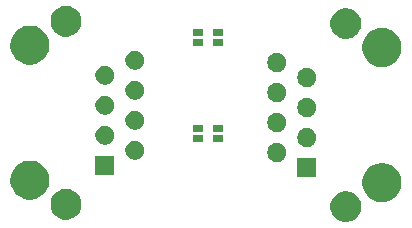
<source format=gts>
G04 #@! TF.GenerationSoftware,KiCad,Pcbnew,(5.1.2)-1*
G04 #@! TF.CreationDate,2024-05-04T01:05:48+09:00*
G04 #@! TF.ProjectId,lf,6c662e6b-6963-4616-945f-706362585858,v1.1*
G04 #@! TF.SameCoordinates,Original*
G04 #@! TF.FileFunction,Soldermask,Top*
G04 #@! TF.FilePolarity,Negative*
%FSLAX46Y46*%
G04 Gerber Fmt 4.6, Leading zero omitted, Abs format (unit mm)*
G04 Created by KiCad (PCBNEW (5.1.2)-1) date 2024-05-04 01:05:48*
%MOMM*%
%LPD*%
G04 APERTURE LIST*
%ADD10C,0.100000*%
G04 APERTURE END LIST*
D10*
G36*
X158229778Y-96148034D02*
G01*
X158327881Y-96188670D01*
X158466728Y-96246182D01*
X158679977Y-96388670D01*
X158861330Y-96570023D01*
X159003818Y-96783272D01*
X159019123Y-96820222D01*
X159101966Y-97020222D01*
X159152000Y-97271763D01*
X159152000Y-97528237D01*
X159101966Y-97779778D01*
X159044472Y-97918580D01*
X159003818Y-98016728D01*
X158861330Y-98229977D01*
X158679977Y-98411330D01*
X158466728Y-98553818D01*
X158368580Y-98594472D01*
X158229778Y-98651966D01*
X157978237Y-98702000D01*
X157721763Y-98702000D01*
X157470222Y-98651966D01*
X157331420Y-98594472D01*
X157233272Y-98553818D01*
X157020023Y-98411330D01*
X156838670Y-98229977D01*
X156696182Y-98016728D01*
X156655528Y-97918580D01*
X156598034Y-97779778D01*
X156548000Y-97528237D01*
X156548000Y-97271763D01*
X156598034Y-97020222D01*
X156680877Y-96820222D01*
X156696182Y-96783272D01*
X156838670Y-96570023D01*
X157020023Y-96388670D01*
X157233272Y-96246182D01*
X157372119Y-96188670D01*
X157470222Y-96148034D01*
X157721763Y-96098000D01*
X157978237Y-96098000D01*
X158229778Y-96148034D01*
X158229778Y-96148034D01*
G37*
G36*
X134529778Y-95948034D02*
G01*
X134668580Y-96005528D01*
X134766728Y-96046182D01*
X134979977Y-96188670D01*
X135161330Y-96370023D01*
X135303818Y-96583272D01*
X135303818Y-96583273D01*
X135401966Y-96820222D01*
X135452000Y-97071763D01*
X135452000Y-97328237D01*
X135401966Y-97579778D01*
X135344472Y-97718580D01*
X135303818Y-97816728D01*
X135161330Y-98029977D01*
X134979977Y-98211330D01*
X134766728Y-98353818D01*
X134668580Y-98394472D01*
X134529778Y-98451966D01*
X134278237Y-98502000D01*
X134021763Y-98502000D01*
X133770222Y-98451966D01*
X133631420Y-98394472D01*
X133533272Y-98353818D01*
X133320023Y-98211330D01*
X133138670Y-98029977D01*
X132996182Y-97816728D01*
X132955528Y-97718580D01*
X132898034Y-97579778D01*
X132848000Y-97328237D01*
X132848000Y-97071763D01*
X132898034Y-96820222D01*
X132996182Y-96583273D01*
X132996182Y-96583272D01*
X133138670Y-96370023D01*
X133320023Y-96188670D01*
X133533272Y-96046182D01*
X133631420Y-96005528D01*
X133770222Y-95948034D01*
X134021763Y-95898000D01*
X134278237Y-95898000D01*
X134529778Y-95948034D01*
X134529778Y-95948034D01*
G37*
G36*
X161275256Y-93756298D02*
G01*
X161381579Y-93777447D01*
X161682042Y-93901903D01*
X161952451Y-94082585D01*
X162182415Y-94312549D01*
X162182416Y-94312551D01*
X162363098Y-94582960D01*
X162487553Y-94883422D01*
X162551000Y-95202389D01*
X162551000Y-95527611D01*
X162508702Y-95740256D01*
X162487553Y-95846579D01*
X162363097Y-96147042D01*
X162182415Y-96417451D01*
X161952451Y-96647415D01*
X161682042Y-96828097D01*
X161381579Y-96952553D01*
X161275256Y-96973702D01*
X161062611Y-97016000D01*
X160737389Y-97016000D01*
X160524744Y-96973702D01*
X160418421Y-96952553D01*
X160117958Y-96828097D01*
X159847549Y-96647415D01*
X159617585Y-96417451D01*
X159436903Y-96147042D01*
X159312447Y-95846579D01*
X159291298Y-95740256D01*
X159249000Y-95527611D01*
X159249000Y-95202389D01*
X159312447Y-94883422D01*
X159436902Y-94582960D01*
X159617584Y-94312551D01*
X159617585Y-94312549D01*
X159847549Y-94082585D01*
X160117958Y-93901903D01*
X160418421Y-93777447D01*
X160524744Y-93756298D01*
X160737389Y-93714000D01*
X161062611Y-93714000D01*
X161275256Y-93756298D01*
X161275256Y-93756298D01*
G37*
G36*
X131475256Y-93556298D02*
G01*
X131581579Y-93577447D01*
X131882042Y-93701903D01*
X132152451Y-93882585D01*
X132382415Y-94112549D01*
X132563097Y-94382958D01*
X132645941Y-94582960D01*
X132687553Y-94683422D01*
X132727336Y-94883421D01*
X132751000Y-95002391D01*
X132751000Y-95327609D01*
X132687553Y-95646579D01*
X132563097Y-95947042D01*
X132382415Y-96217451D01*
X132152451Y-96447415D01*
X131882042Y-96628097D01*
X131581579Y-96752553D01*
X131475256Y-96773702D01*
X131262611Y-96816000D01*
X130937389Y-96816000D01*
X130724744Y-96773702D01*
X130618421Y-96752553D01*
X130317958Y-96628097D01*
X130047549Y-96447415D01*
X129817585Y-96217451D01*
X129636903Y-95947042D01*
X129512447Y-95646579D01*
X129449000Y-95327609D01*
X129449000Y-95002391D01*
X129472665Y-94883421D01*
X129512447Y-94683422D01*
X129554060Y-94582960D01*
X129636903Y-94382958D01*
X129817585Y-94112549D01*
X130047549Y-93882585D01*
X130317958Y-93701903D01*
X130618421Y-93577447D01*
X130724744Y-93556298D01*
X130937389Y-93514000D01*
X131262611Y-93514000D01*
X131475256Y-93556298D01*
X131475256Y-93556298D01*
G37*
G36*
X155356000Y-94901000D02*
G01*
X153744000Y-94901000D01*
X153744000Y-93289000D01*
X155356000Y-93289000D01*
X155356000Y-94901000D01*
X155356000Y-94901000D01*
G37*
G36*
X138256000Y-94701000D02*
G01*
X136644000Y-94701000D01*
X136644000Y-93089000D01*
X138256000Y-93089000D01*
X138256000Y-94701000D01*
X138256000Y-94701000D01*
G37*
G36*
X152245101Y-92049973D02*
G01*
X152391783Y-92110731D01*
X152420661Y-92130027D01*
X152523795Y-92198939D01*
X152636061Y-92311205D01*
X152636062Y-92311207D01*
X152724269Y-92443217D01*
X152785027Y-92589899D01*
X152816000Y-92745615D01*
X152816000Y-92904385D01*
X152785027Y-93060101D01*
X152724269Y-93206783D01*
X152724268Y-93206784D01*
X152636061Y-93338795D01*
X152523795Y-93451061D01*
X152457340Y-93495465D01*
X152391783Y-93539269D01*
X152245101Y-93600027D01*
X152089385Y-93631000D01*
X151930615Y-93631000D01*
X151774899Y-93600027D01*
X151628217Y-93539269D01*
X151562660Y-93495465D01*
X151496205Y-93451061D01*
X151383939Y-93338795D01*
X151295732Y-93206784D01*
X151295731Y-93206783D01*
X151234973Y-93060101D01*
X151204000Y-92904385D01*
X151204000Y-92745615D01*
X151234973Y-92589899D01*
X151295731Y-92443217D01*
X151383938Y-92311207D01*
X151383939Y-92311205D01*
X151496205Y-92198939D01*
X151599339Y-92130027D01*
X151628217Y-92110731D01*
X151774899Y-92049973D01*
X151930615Y-92019000D01*
X152089385Y-92019000D01*
X152245101Y-92049973D01*
X152245101Y-92049973D01*
G37*
G36*
X140225101Y-91849973D02*
G01*
X140371783Y-91910731D01*
X140403669Y-91932037D01*
X140503795Y-91998939D01*
X140616061Y-92111205D01*
X140616062Y-92111207D01*
X140704269Y-92243217D01*
X140765027Y-92389899D01*
X140796000Y-92545615D01*
X140796000Y-92704385D01*
X140765027Y-92860101D01*
X140704269Y-93006783D01*
X140704268Y-93006784D01*
X140616061Y-93138795D01*
X140503795Y-93251061D01*
X140447015Y-93289000D01*
X140371783Y-93339269D01*
X140225101Y-93400027D01*
X140069385Y-93431000D01*
X139910615Y-93431000D01*
X139754899Y-93400027D01*
X139608217Y-93339269D01*
X139532985Y-93289000D01*
X139476205Y-93251061D01*
X139363939Y-93138795D01*
X139275732Y-93006784D01*
X139275731Y-93006783D01*
X139214973Y-92860101D01*
X139184000Y-92704385D01*
X139184000Y-92545615D01*
X139214973Y-92389899D01*
X139275731Y-92243217D01*
X139363938Y-92111207D01*
X139363939Y-92111205D01*
X139476205Y-91998939D01*
X139576331Y-91932037D01*
X139608217Y-91910731D01*
X139754899Y-91849973D01*
X139910615Y-91819000D01*
X140069385Y-91819000D01*
X140225101Y-91849973D01*
X140225101Y-91849973D01*
G37*
G36*
X154785101Y-90779973D02*
G01*
X154931783Y-90840731D01*
X154960661Y-90860027D01*
X155063795Y-90928939D01*
X155176061Y-91041205D01*
X155195969Y-91071000D01*
X155264269Y-91173217D01*
X155325027Y-91319899D01*
X155356000Y-91475615D01*
X155356000Y-91634385D01*
X155325027Y-91790101D01*
X155264269Y-91936783D01*
X155264268Y-91936784D01*
X155176061Y-92068795D01*
X155063795Y-92181061D01*
X154997340Y-92225465D01*
X154931783Y-92269269D01*
X154785101Y-92330027D01*
X154629385Y-92361000D01*
X154470615Y-92361000D01*
X154314899Y-92330027D01*
X154168217Y-92269269D01*
X154102660Y-92225465D01*
X154036205Y-92181061D01*
X153923939Y-92068795D01*
X153835732Y-91936784D01*
X153835731Y-91936783D01*
X153774973Y-91790101D01*
X153744000Y-91634385D01*
X153744000Y-91475615D01*
X153774973Y-91319899D01*
X153835731Y-91173217D01*
X153904031Y-91071000D01*
X153923939Y-91041205D01*
X154036205Y-90928939D01*
X154139339Y-90860027D01*
X154168217Y-90840731D01*
X154314899Y-90779973D01*
X154470615Y-90749000D01*
X154629385Y-90749000D01*
X154785101Y-90779973D01*
X154785101Y-90779973D01*
G37*
G36*
X137685101Y-90579973D02*
G01*
X137831783Y-90640731D01*
X137831784Y-90640732D01*
X137963795Y-90728939D01*
X138076061Y-90841205D01*
X138076062Y-90841207D01*
X138164269Y-90973217D01*
X138225027Y-91119899D01*
X138256000Y-91275615D01*
X138256000Y-91434385D01*
X138225027Y-91590101D01*
X138164269Y-91736783D01*
X138164268Y-91736784D01*
X138076061Y-91868795D01*
X137963795Y-91981061D01*
X137907015Y-92019000D01*
X137831783Y-92069269D01*
X137685101Y-92130027D01*
X137529385Y-92161000D01*
X137370615Y-92161000D01*
X137214899Y-92130027D01*
X137068217Y-92069269D01*
X136992985Y-92019000D01*
X136936205Y-91981061D01*
X136823939Y-91868795D01*
X136735732Y-91736784D01*
X136735731Y-91736783D01*
X136674973Y-91590101D01*
X136644000Y-91434385D01*
X136644000Y-91275615D01*
X136674973Y-91119899D01*
X136735731Y-90973217D01*
X136823938Y-90841207D01*
X136823939Y-90841205D01*
X136936205Y-90728939D01*
X137068216Y-90640732D01*
X137068217Y-90640731D01*
X137214899Y-90579973D01*
X137370615Y-90549000D01*
X137529385Y-90549000D01*
X137685101Y-90579973D01*
X137685101Y-90579973D01*
G37*
G36*
X145796000Y-91941000D02*
G01*
X144934000Y-91941000D01*
X144934000Y-91329000D01*
X145796000Y-91329000D01*
X145796000Y-91941000D01*
X145796000Y-91941000D01*
G37*
G36*
X147466000Y-91941000D02*
G01*
X146604000Y-91941000D01*
X146604000Y-91329000D01*
X147466000Y-91329000D01*
X147466000Y-91941000D01*
X147466000Y-91941000D01*
G37*
G36*
X152245101Y-89509973D02*
G01*
X152391783Y-89570731D01*
X152420661Y-89590027D01*
X152523795Y-89658939D01*
X152636061Y-89771205D01*
X152636062Y-89771207D01*
X152724269Y-89903217D01*
X152785027Y-90049899D01*
X152816000Y-90205615D01*
X152816000Y-90364385D01*
X152785027Y-90520101D01*
X152724269Y-90666783D01*
X152724268Y-90666784D01*
X152636061Y-90798795D01*
X152523795Y-90911061D01*
X152457340Y-90955465D01*
X152391783Y-90999269D01*
X152245101Y-91060027D01*
X152089385Y-91091000D01*
X151930615Y-91091000D01*
X151774899Y-91060027D01*
X151628217Y-90999269D01*
X151562660Y-90955465D01*
X151496205Y-90911061D01*
X151383939Y-90798795D01*
X151295732Y-90666784D01*
X151295731Y-90666783D01*
X151234973Y-90520101D01*
X151204000Y-90364385D01*
X151204000Y-90205615D01*
X151234973Y-90049899D01*
X151295731Y-89903217D01*
X151383938Y-89771207D01*
X151383939Y-89771205D01*
X151496205Y-89658939D01*
X151599339Y-89590027D01*
X151628217Y-89570731D01*
X151774899Y-89509973D01*
X151930615Y-89479000D01*
X152089385Y-89479000D01*
X152245101Y-89509973D01*
X152245101Y-89509973D01*
G37*
G36*
X147466000Y-91071000D02*
G01*
X146604000Y-91071000D01*
X146604000Y-90459000D01*
X147466000Y-90459000D01*
X147466000Y-91071000D01*
X147466000Y-91071000D01*
G37*
G36*
X145796000Y-91071000D02*
G01*
X144934000Y-91071000D01*
X144934000Y-90459000D01*
X145796000Y-90459000D01*
X145796000Y-91071000D01*
X145796000Y-91071000D01*
G37*
G36*
X140225101Y-89309973D02*
G01*
X140371783Y-89370731D01*
X140371784Y-89370732D01*
X140503795Y-89458939D01*
X140616061Y-89571205D01*
X140616062Y-89571207D01*
X140704269Y-89703217D01*
X140765027Y-89849899D01*
X140796000Y-90005615D01*
X140796000Y-90164385D01*
X140765027Y-90320101D01*
X140704269Y-90466783D01*
X140700382Y-90472600D01*
X140616061Y-90598795D01*
X140503795Y-90711061D01*
X140447015Y-90749000D01*
X140371783Y-90799269D01*
X140225101Y-90860027D01*
X140069385Y-90891000D01*
X139910615Y-90891000D01*
X139754899Y-90860027D01*
X139608217Y-90799269D01*
X139532985Y-90749000D01*
X139476205Y-90711061D01*
X139363939Y-90598795D01*
X139279618Y-90472600D01*
X139275731Y-90466783D01*
X139214973Y-90320101D01*
X139184000Y-90164385D01*
X139184000Y-90005615D01*
X139214973Y-89849899D01*
X139275731Y-89703217D01*
X139363938Y-89571207D01*
X139363939Y-89571205D01*
X139476205Y-89458939D01*
X139608216Y-89370732D01*
X139608217Y-89370731D01*
X139754899Y-89309973D01*
X139910615Y-89279000D01*
X140069385Y-89279000D01*
X140225101Y-89309973D01*
X140225101Y-89309973D01*
G37*
G36*
X154785101Y-88239973D02*
G01*
X154931783Y-88300731D01*
X154960661Y-88320027D01*
X155063795Y-88388939D01*
X155176061Y-88501205D01*
X155176062Y-88501207D01*
X155264269Y-88633217D01*
X155325027Y-88779899D01*
X155356000Y-88935615D01*
X155356000Y-89094385D01*
X155325027Y-89250101D01*
X155264269Y-89396783D01*
X155264268Y-89396784D01*
X155176061Y-89528795D01*
X155063795Y-89641061D01*
X154997340Y-89685465D01*
X154931783Y-89729269D01*
X154785101Y-89790027D01*
X154629385Y-89821000D01*
X154470615Y-89821000D01*
X154314899Y-89790027D01*
X154168217Y-89729269D01*
X154102660Y-89685465D01*
X154036205Y-89641061D01*
X153923939Y-89528795D01*
X153835732Y-89396784D01*
X153835731Y-89396783D01*
X153774973Y-89250101D01*
X153744000Y-89094385D01*
X153744000Y-88935615D01*
X153774973Y-88779899D01*
X153835731Y-88633217D01*
X153923938Y-88501207D01*
X153923939Y-88501205D01*
X154036205Y-88388939D01*
X154139339Y-88320027D01*
X154168217Y-88300731D01*
X154314899Y-88239973D01*
X154470615Y-88209000D01*
X154629385Y-88209000D01*
X154785101Y-88239973D01*
X154785101Y-88239973D01*
G37*
G36*
X137685101Y-88039973D02*
G01*
X137831783Y-88100731D01*
X137831784Y-88100732D01*
X137963795Y-88188939D01*
X138076061Y-88301205D01*
X138076062Y-88301207D01*
X138164269Y-88433217D01*
X138225027Y-88579899D01*
X138256000Y-88735615D01*
X138256000Y-88894385D01*
X138225027Y-89050101D01*
X138164269Y-89196783D01*
X138164268Y-89196784D01*
X138076061Y-89328795D01*
X137963795Y-89441061D01*
X137907015Y-89479000D01*
X137831783Y-89529269D01*
X137685101Y-89590027D01*
X137529385Y-89621000D01*
X137370615Y-89621000D01*
X137214899Y-89590027D01*
X137068217Y-89529269D01*
X136992985Y-89479000D01*
X136936205Y-89441061D01*
X136823939Y-89328795D01*
X136735732Y-89196784D01*
X136735731Y-89196783D01*
X136674973Y-89050101D01*
X136644000Y-88894385D01*
X136644000Y-88735615D01*
X136674973Y-88579899D01*
X136735731Y-88433217D01*
X136823938Y-88301207D01*
X136823939Y-88301205D01*
X136936205Y-88188939D01*
X137068216Y-88100732D01*
X137068217Y-88100731D01*
X137214899Y-88039973D01*
X137370615Y-88009000D01*
X137529385Y-88009000D01*
X137685101Y-88039973D01*
X137685101Y-88039973D01*
G37*
G36*
X152245101Y-86969973D02*
G01*
X152391783Y-87030731D01*
X152420661Y-87050027D01*
X152523795Y-87118939D01*
X152636061Y-87231205D01*
X152636062Y-87231207D01*
X152724269Y-87363217D01*
X152785027Y-87509899D01*
X152816000Y-87665615D01*
X152816000Y-87824385D01*
X152785027Y-87980101D01*
X152724269Y-88126783D01*
X152724268Y-88126784D01*
X152636061Y-88258795D01*
X152523795Y-88371061D01*
X152457340Y-88415465D01*
X152391783Y-88459269D01*
X152245101Y-88520027D01*
X152089385Y-88551000D01*
X151930615Y-88551000D01*
X151774899Y-88520027D01*
X151628217Y-88459269D01*
X151562660Y-88415465D01*
X151496205Y-88371061D01*
X151383939Y-88258795D01*
X151295732Y-88126784D01*
X151295731Y-88126783D01*
X151234973Y-87980101D01*
X151204000Y-87824385D01*
X151204000Y-87665615D01*
X151234973Y-87509899D01*
X151295731Y-87363217D01*
X151383938Y-87231207D01*
X151383939Y-87231205D01*
X151496205Y-87118939D01*
X151599339Y-87050027D01*
X151628217Y-87030731D01*
X151774899Y-86969973D01*
X151930615Y-86939000D01*
X152089385Y-86939000D01*
X152245101Y-86969973D01*
X152245101Y-86969973D01*
G37*
G36*
X140225101Y-86769973D02*
G01*
X140371783Y-86830731D01*
X140371784Y-86830732D01*
X140503795Y-86918939D01*
X140616061Y-87031205D01*
X140616062Y-87031207D01*
X140704269Y-87163217D01*
X140765027Y-87309899D01*
X140796000Y-87465615D01*
X140796000Y-87624385D01*
X140765027Y-87780101D01*
X140704269Y-87926783D01*
X140704268Y-87926784D01*
X140616061Y-88058795D01*
X140503795Y-88171061D01*
X140447015Y-88209000D01*
X140371783Y-88259269D01*
X140225101Y-88320027D01*
X140069385Y-88351000D01*
X139910615Y-88351000D01*
X139754899Y-88320027D01*
X139608217Y-88259269D01*
X139532985Y-88209000D01*
X139476205Y-88171061D01*
X139363939Y-88058795D01*
X139275732Y-87926784D01*
X139275731Y-87926783D01*
X139214973Y-87780101D01*
X139184000Y-87624385D01*
X139184000Y-87465615D01*
X139214973Y-87309899D01*
X139275731Y-87163217D01*
X139363938Y-87031207D01*
X139363939Y-87031205D01*
X139476205Y-86918939D01*
X139608216Y-86830732D01*
X139608217Y-86830731D01*
X139754899Y-86769973D01*
X139910615Y-86739000D01*
X140069385Y-86739000D01*
X140225101Y-86769973D01*
X140225101Y-86769973D01*
G37*
G36*
X154785101Y-85699973D02*
G01*
X154931783Y-85760731D01*
X154960661Y-85780027D01*
X155063795Y-85848939D01*
X155176061Y-85961205D01*
X155176062Y-85961207D01*
X155264269Y-86093217D01*
X155325027Y-86239899D01*
X155356000Y-86395615D01*
X155356000Y-86554385D01*
X155325027Y-86710101D01*
X155264269Y-86856783D01*
X155264268Y-86856784D01*
X155176061Y-86988795D01*
X155063795Y-87101061D01*
X154997340Y-87145465D01*
X154931783Y-87189269D01*
X154785101Y-87250027D01*
X154629385Y-87281000D01*
X154470615Y-87281000D01*
X154314899Y-87250027D01*
X154168217Y-87189269D01*
X154102660Y-87145465D01*
X154036205Y-87101061D01*
X153923939Y-86988795D01*
X153835732Y-86856784D01*
X153835731Y-86856783D01*
X153774973Y-86710101D01*
X153744000Y-86554385D01*
X153744000Y-86395615D01*
X153774973Y-86239899D01*
X153835731Y-86093217D01*
X153923938Y-85961207D01*
X153923939Y-85961205D01*
X154036205Y-85848939D01*
X154139339Y-85780027D01*
X154168217Y-85760731D01*
X154314899Y-85699973D01*
X154470615Y-85669000D01*
X154629385Y-85669000D01*
X154785101Y-85699973D01*
X154785101Y-85699973D01*
G37*
G36*
X137685101Y-85499973D02*
G01*
X137831783Y-85560731D01*
X137831784Y-85560732D01*
X137963795Y-85648939D01*
X138076061Y-85761205D01*
X138076062Y-85761207D01*
X138164269Y-85893217D01*
X138225027Y-86039899D01*
X138256000Y-86195615D01*
X138256000Y-86354385D01*
X138225027Y-86510101D01*
X138164269Y-86656783D01*
X138164268Y-86656784D01*
X138076061Y-86788795D01*
X137963795Y-86901061D01*
X137907015Y-86939000D01*
X137831783Y-86989269D01*
X137685101Y-87050027D01*
X137529385Y-87081000D01*
X137370615Y-87081000D01*
X137214899Y-87050027D01*
X137068217Y-86989269D01*
X136992985Y-86939000D01*
X136936205Y-86901061D01*
X136823939Y-86788795D01*
X136735732Y-86656784D01*
X136735731Y-86656783D01*
X136674973Y-86510101D01*
X136644000Y-86354385D01*
X136644000Y-86195615D01*
X136674973Y-86039899D01*
X136735731Y-85893217D01*
X136823938Y-85761207D01*
X136823939Y-85761205D01*
X136936205Y-85648939D01*
X137068216Y-85560732D01*
X137068217Y-85560731D01*
X137214899Y-85499973D01*
X137370615Y-85469000D01*
X137529385Y-85469000D01*
X137685101Y-85499973D01*
X137685101Y-85499973D01*
G37*
G36*
X152245101Y-84429973D02*
G01*
X152391783Y-84490731D01*
X152391784Y-84490732D01*
X152523795Y-84578939D01*
X152636061Y-84691205D01*
X152636062Y-84691207D01*
X152724269Y-84823217D01*
X152785027Y-84969899D01*
X152816000Y-85125615D01*
X152816000Y-85284385D01*
X152785027Y-85440101D01*
X152724269Y-85586783D01*
X152724268Y-85586784D01*
X152636061Y-85718795D01*
X152523795Y-85831061D01*
X152457340Y-85875465D01*
X152391783Y-85919269D01*
X152245101Y-85980027D01*
X152089385Y-86011000D01*
X151930615Y-86011000D01*
X151774899Y-85980027D01*
X151628217Y-85919269D01*
X151562660Y-85875465D01*
X151496205Y-85831061D01*
X151383939Y-85718795D01*
X151295732Y-85586784D01*
X151295731Y-85586783D01*
X151234973Y-85440101D01*
X151204000Y-85284385D01*
X151204000Y-85125615D01*
X151234973Y-84969899D01*
X151295731Y-84823217D01*
X151383938Y-84691207D01*
X151383939Y-84691205D01*
X151496205Y-84578939D01*
X151628216Y-84490732D01*
X151628217Y-84490731D01*
X151774899Y-84429973D01*
X151930615Y-84399000D01*
X152089385Y-84399000D01*
X152245101Y-84429973D01*
X152245101Y-84429973D01*
G37*
G36*
X140225101Y-84229973D02*
G01*
X140371783Y-84290731D01*
X140371784Y-84290732D01*
X140503795Y-84378939D01*
X140616061Y-84491205D01*
X140616062Y-84491207D01*
X140704269Y-84623217D01*
X140765027Y-84769899D01*
X140796000Y-84925615D01*
X140796000Y-85084385D01*
X140765027Y-85240101D01*
X140704269Y-85386783D01*
X140704268Y-85386784D01*
X140616061Y-85518795D01*
X140503795Y-85631061D01*
X140447015Y-85669000D01*
X140371783Y-85719269D01*
X140225101Y-85780027D01*
X140069385Y-85811000D01*
X139910615Y-85811000D01*
X139754899Y-85780027D01*
X139608217Y-85719269D01*
X139532985Y-85669000D01*
X139476205Y-85631061D01*
X139363939Y-85518795D01*
X139275732Y-85386784D01*
X139275731Y-85386783D01*
X139214973Y-85240101D01*
X139184000Y-85084385D01*
X139184000Y-84925615D01*
X139214973Y-84769899D01*
X139275731Y-84623217D01*
X139363938Y-84491207D01*
X139363939Y-84491205D01*
X139476205Y-84378939D01*
X139608216Y-84290732D01*
X139608217Y-84290731D01*
X139754899Y-84229973D01*
X139910615Y-84199000D01*
X140069385Y-84199000D01*
X140225101Y-84229973D01*
X140225101Y-84229973D01*
G37*
G36*
X161227139Y-82316727D02*
G01*
X161381579Y-82347447D01*
X161682042Y-82471903D01*
X161952451Y-82652585D01*
X162182415Y-82882549D01*
X162362433Y-83151965D01*
X162363098Y-83152960D01*
X162487553Y-83453422D01*
X162551000Y-83772389D01*
X162551000Y-84097611D01*
X162508702Y-84310256D01*
X162487553Y-84416579D01*
X162363097Y-84717042D01*
X162182415Y-84987451D01*
X161952451Y-85217415D01*
X161682042Y-85398097D01*
X161381579Y-85522553D01*
X161275256Y-85543702D01*
X161062611Y-85586000D01*
X160737389Y-85586000D01*
X160524744Y-85543702D01*
X160418421Y-85522553D01*
X160117958Y-85398097D01*
X159847549Y-85217415D01*
X159617585Y-84987451D01*
X159436903Y-84717042D01*
X159312447Y-84416579D01*
X159291298Y-84310256D01*
X159249000Y-84097611D01*
X159249000Y-83772389D01*
X159312447Y-83453422D01*
X159436902Y-83152960D01*
X159437567Y-83151965D01*
X159617585Y-82882549D01*
X159847549Y-82652585D01*
X160117958Y-82471903D01*
X160418421Y-82347447D01*
X160572861Y-82316727D01*
X160737389Y-82284000D01*
X161062611Y-82284000D01*
X161227139Y-82316727D01*
X161227139Y-82316727D01*
G37*
G36*
X131475256Y-82126298D02*
G01*
X131581579Y-82147447D01*
X131882042Y-82271903D01*
X132152451Y-82452585D01*
X132382415Y-82682549D01*
X132563097Y-82952958D01*
X132687553Y-83253421D01*
X132688782Y-83259600D01*
X132727336Y-83453421D01*
X132751000Y-83572391D01*
X132751000Y-83897609D01*
X132687553Y-84216579D01*
X132656838Y-84290731D01*
X132573996Y-84490731D01*
X132563097Y-84517042D01*
X132382415Y-84787451D01*
X132152451Y-85017415D01*
X131882042Y-85198097D01*
X131581579Y-85322553D01*
X131475256Y-85343702D01*
X131262611Y-85386000D01*
X130937389Y-85386000D01*
X130724744Y-85343702D01*
X130618421Y-85322553D01*
X130317958Y-85198097D01*
X130047549Y-85017415D01*
X129817585Y-84787451D01*
X129636903Y-84517042D01*
X129626005Y-84490731D01*
X129543162Y-84290731D01*
X129512447Y-84216579D01*
X129449000Y-83897609D01*
X129449000Y-83572391D01*
X129472665Y-83453421D01*
X129511218Y-83259600D01*
X129512447Y-83253421D01*
X129636903Y-82952958D01*
X129817585Y-82682549D01*
X130047549Y-82452585D01*
X130317958Y-82271903D01*
X130618421Y-82147447D01*
X130724744Y-82126298D01*
X130937389Y-82084000D01*
X131262611Y-82084000D01*
X131475256Y-82126298D01*
X131475256Y-82126298D01*
G37*
G36*
X147466000Y-83841000D02*
G01*
X146604000Y-83841000D01*
X146604000Y-83229000D01*
X147466000Y-83229000D01*
X147466000Y-83841000D01*
X147466000Y-83841000D01*
G37*
G36*
X145796000Y-83841000D02*
G01*
X144934000Y-83841000D01*
X144934000Y-83229000D01*
X145796000Y-83229000D01*
X145796000Y-83841000D01*
X145796000Y-83841000D01*
G37*
G36*
X158229778Y-80648034D02*
G01*
X158327881Y-80688670D01*
X158466728Y-80746182D01*
X158679977Y-80888670D01*
X158861330Y-81070023D01*
X159003818Y-81283272D01*
X159019123Y-81320222D01*
X159101966Y-81520222D01*
X159152000Y-81771763D01*
X159152000Y-82028237D01*
X159101966Y-82279778D01*
X159061326Y-82377890D01*
X159003818Y-82516728D01*
X158861330Y-82729977D01*
X158679977Y-82911330D01*
X158466728Y-83053818D01*
X158368580Y-83094472D01*
X158229778Y-83151966D01*
X157978237Y-83202000D01*
X157721763Y-83202000D01*
X157470222Y-83151966D01*
X157331420Y-83094472D01*
X157233272Y-83053818D01*
X157020023Y-82911330D01*
X156838670Y-82729977D01*
X156696182Y-82516728D01*
X156638674Y-82377890D01*
X156598034Y-82279778D01*
X156548000Y-82028237D01*
X156548000Y-81771763D01*
X156598034Y-81520222D01*
X156680877Y-81320222D01*
X156696182Y-81283272D01*
X156838670Y-81070023D01*
X157020023Y-80888670D01*
X157233272Y-80746182D01*
X157372119Y-80688670D01*
X157470222Y-80648034D01*
X157721763Y-80598000D01*
X157978237Y-80598000D01*
X158229778Y-80648034D01*
X158229778Y-80648034D01*
G37*
G36*
X134529778Y-80448034D02*
G01*
X134668580Y-80505528D01*
X134766728Y-80546182D01*
X134979977Y-80688670D01*
X135161330Y-80870023D01*
X135303818Y-81083272D01*
X135303818Y-81083273D01*
X135401966Y-81320222D01*
X135452000Y-81571763D01*
X135452000Y-81828237D01*
X135401966Y-82079778D01*
X135400217Y-82084000D01*
X135303818Y-82316728D01*
X135161330Y-82529977D01*
X134979977Y-82711330D01*
X134766728Y-82853818D01*
X134697365Y-82882549D01*
X134529778Y-82951966D01*
X134278237Y-83002000D01*
X134021763Y-83002000D01*
X133770222Y-82951966D01*
X133602635Y-82882549D01*
X133533272Y-82853818D01*
X133320023Y-82711330D01*
X133138670Y-82529977D01*
X132996182Y-82316728D01*
X132899783Y-82084000D01*
X132898034Y-82079778D01*
X132848000Y-81828237D01*
X132848000Y-81571763D01*
X132898034Y-81320222D01*
X132996182Y-81083273D01*
X132996182Y-81083272D01*
X133138670Y-80870023D01*
X133320023Y-80688670D01*
X133533272Y-80546182D01*
X133631420Y-80505528D01*
X133770222Y-80448034D01*
X134021763Y-80398000D01*
X134278237Y-80398000D01*
X134529778Y-80448034D01*
X134529778Y-80448034D01*
G37*
G36*
X145796000Y-82971000D02*
G01*
X144934000Y-82971000D01*
X144934000Y-82359000D01*
X145796000Y-82359000D01*
X145796000Y-82971000D01*
X145796000Y-82971000D01*
G37*
G36*
X147466000Y-82971000D02*
G01*
X146604000Y-82971000D01*
X146604000Y-82359000D01*
X147466000Y-82359000D01*
X147466000Y-82971000D01*
X147466000Y-82971000D01*
G37*
M02*

</source>
